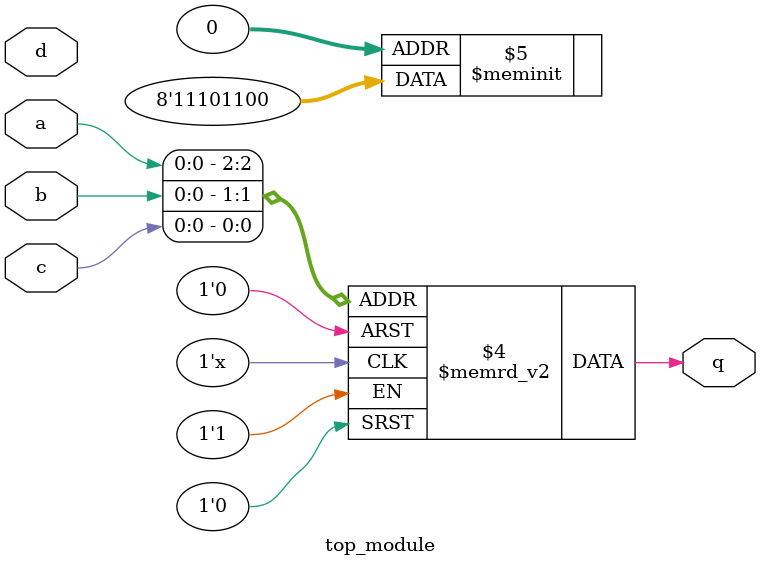
<source format=sv>
module top_module (
	input a, 
	input b, 
	input c, 
	input d,
	output reg q
);
	
	always @*
	begin
		case ({a, b, c})
			3'b000: q = 0;
			3'b001: q = 0;
			3'b010: q = 1;
			3'b011: q = 1;
			3'b100: q = 0;
			3'b101: q = 1;
			3'b110: q = 1;
			3'b111: q = 1;
		endcase
	end

endmodule

</source>
